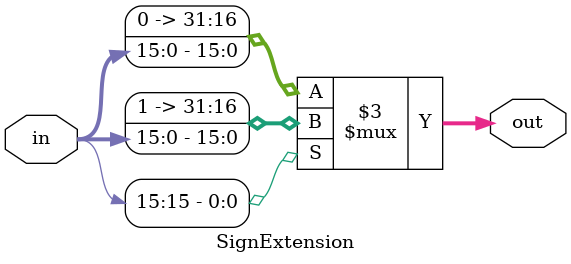
<source format=v>
`timescale 1ns / 1ps
module SignExtension(in, out);

    /* A 16-Bit input word */
    input [15:0] in;
    
    /* A 32-Bit output word */
    output reg [31:0] out;
    
    /* Fill in the implementation here ... */
    always @ (in)begin
        if(in[15])begin
            out  <= {16'b1111111111111111, in};
        end
        else begin
            out <= {16'b0, in};
        end
    end

endmodule

</source>
